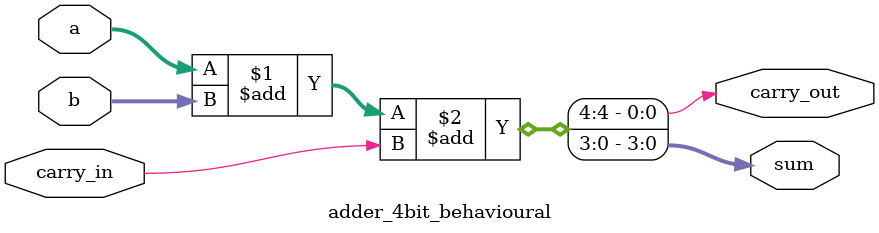
<source format=v>
module adder_4bit_behavioural(
	input [3:0] a,
	input [3:0] b,
	input carry_in,
	output [3:0] sum,
	output carry_out
);

	assign {carry_out, sum} = a + b + carry_in;
endmodule

</source>
